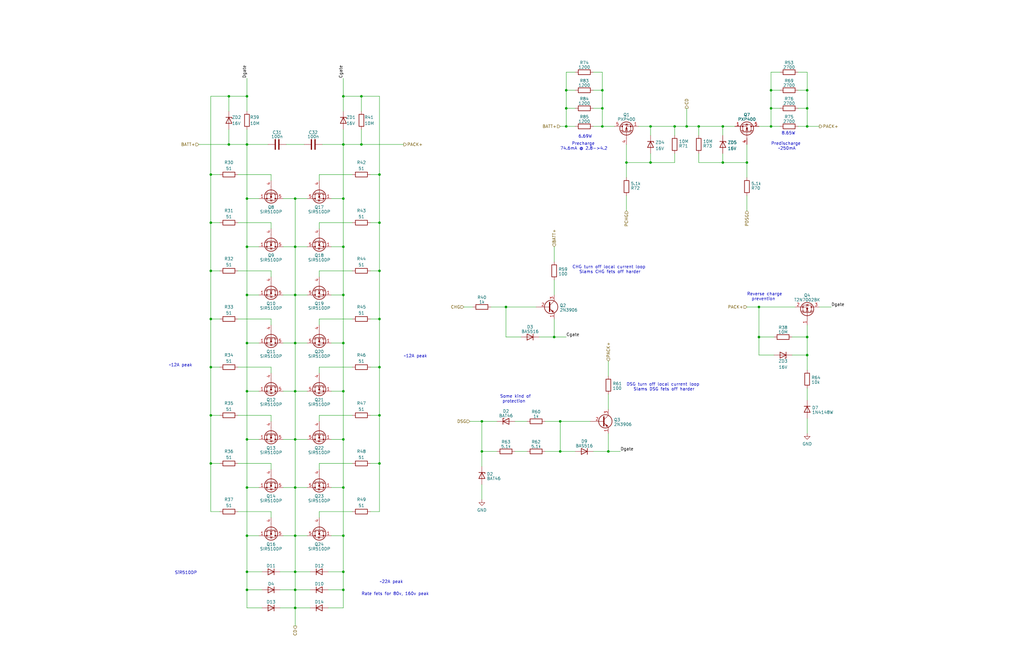
<source format=kicad_sch>
(kicad_sch (version 20230121) (generator eeschema)
  (paper "B")
  (title_block (title "High Side Fets") (date "2022-10-30") (rev "Rev 0") (company "QTech BMS Dept"))
  (junction (at 104.14 248.92))
  (junction (at 213.36 129.54))
  (junction (at 104.14 205.74))
  (junction (at 88.9 93.98))
  (junction (at 104.14 226.06))
  (junction (at 320.04 129.54))
  (junction (at 104.14 241.3))
  (junction (at 104.14 40.64))
  (junction (at 124.46 104.14))
  (junction (at 203.2 190.5))
  (junction (at 152.4 40.64))
  (junction (at 160.02 134.62))
  (junction (at 314.96 68.58))
  (junction (at 88.9 175.26))
  (junction (at 340.36 53.34))
  (junction (at 124.46 205.74))
  (junction (at 340.36 38.1))
  (junction (at 160.02 114.3))
  (junction (at 144.78 241.3))
  (junction (at 160.02 195.58))
  (junction (at 124.46 124.46))
  (junction (at 254 38.1))
  (junction (at 104.14 185.42))
  (junction (at 96.52 60.96))
  (junction (at 160.02 175.26))
  (junction (at 144.78 60.96))
  (junction (at 304.8 68.58))
  (junction (at 104.14 83.82))
  (junction (at 104.14 144.78))
  (junction (at 124.46 256.54))
  (junction (at 254 53.34))
  (junction (at 88.9 73.66))
  (junction (at 289.56 53.34))
  (junction (at 238.76 45.72))
  (junction (at 284.48 53.34))
  (junction (at 152.4 60.96))
  (junction (at 124.46 241.3))
  (junction (at 254 45.72))
  (junction (at 144.78 205.74))
  (junction (at 88.9 195.58))
  (junction (at 88.9 154.94))
  (junction (at 144.78 83.82))
  (junction (at 124.46 144.78))
  (junction (at 320.04 142.24))
  (junction (at 304.8 53.34))
  (junction (at 144.78 124.46))
  (junction (at 144.78 40.64))
  (junction (at 88.9 114.3))
  (junction (at 236.22 177.8))
  (junction (at 104.14 124.46))
  (junction (at 104.14 104.14))
  (junction (at 264.16 68.58))
  (junction (at 96.52 40.64))
  (junction (at 325.12 53.34))
  (junction (at 124.46 165.1))
  (junction (at 160.02 154.94))
  (junction (at 203.2 177.8))
  (junction (at 124.46 83.82))
  (junction (at 144.78 165.1))
  (junction (at 124.46 226.06))
  (junction (at 325.12 38.1))
  (junction (at 274.32 68.58))
  (junction (at 340.36 142.24))
  (junction (at 238.76 53.34))
  (junction (at 104.14 60.96))
  (junction (at 294.64 53.34))
  (junction (at 104.14 165.1))
  (junction (at 144.78 185.42))
  (junction (at 340.36 45.72))
  (junction (at 256.54 190.5))
  (junction (at 236.22 190.5))
  (junction (at 325.12 45.72))
  (junction (at 160.02 93.98))
  (junction (at 88.9 134.62))
  (junction (at 238.76 38.1))
  (junction (at 160.02 73.66))
  (junction (at 274.32 53.34))
  (junction (at 144.78 144.78))
  (junction (at 233.68 142.24))
  (junction (at 144.78 226.06))
  (junction (at 124.46 185.42))
  (junction (at 124.46 248.92))
  (junction (at 144.78 248.92))
  (junction (at 144.78 104.14))
  (junction (at 340.36 149.86))
  (wire (pts (xy 124.46 124.46) (xy 129.54 124.46)))
  (wire (pts (xy 88.9 134.62) (xy 92.71 134.62)))
  (wire (pts (xy 238.76 38.1) (xy 242.57 38.1)))
  (wire (pts (xy 124.46 165.1) (xy 129.54 165.1)))
  (wire (pts (xy 219.71 142.24) (xy 213.36 142.24)))
  (wire (pts (xy 134.62 195.58) (xy 134.62 198.12)))
  (wire (pts (xy 289.56 53.34) (xy 289.56 45.72)))
  (wire (pts (xy 254 53.34) (xy 259.08 53.34)))
  (wire (pts (xy 195.58 129.54) (xy 199.39 129.54)))
  (wire (pts (xy 314.96 88.9) (xy 314.96 82.55)))
  (wire (pts (xy 144.78 124.46) (xy 144.78 144.78)))
  (wire (pts (xy 114.3 134.62) (xy 100.33 134.62)))
  (wire (pts (xy 114.3 195.58) (xy 114.3 198.12)))
  (wire (pts (xy 156.21 195.58) (xy 160.02 195.58)))
  (wire (pts (xy 229.87 177.8) (xy 236.22 177.8)))
  (wire (pts (xy 289.56 53.34) (xy 294.64 53.34)))
  (wire (pts (xy 130.81 256.54) (xy 124.46 256.54)))
  (wire (pts (xy 124.46 241.3) (xy 124.46 248.92)))
  (wire (pts (xy 88.9 114.3) (xy 92.71 114.3)))
  (wire (pts (xy 119.38 226.06) (xy 124.46 226.06)))
  (wire (pts (xy 238.76 38.1) (xy 238.76 30.48)))
  (wire (pts (xy 304.8 64.77) (xy 304.8 68.58)))
  (wire (pts (xy 238.76 30.48) (xy 242.57 30.48)))
  (wire (pts (xy 144.78 248.92) (xy 144.78 256.54)))
  (wire (pts (xy 104.14 248.92) (xy 110.49 248.92)))
  (wire (pts (xy 350.52 129.54) (xy 345.44 129.54)))
  (wire (pts (xy 274.32 68.58) (xy 284.48 68.58)))
  (wire (pts (xy 160.02 93.98) (xy 160.02 114.3)))
  (wire (pts (xy 264.16 88.9) (xy 264.16 82.55)))
  (wire (pts (xy 104.14 241.3) (xy 110.49 241.3)))
  (wire (pts (xy 264.16 74.93) (xy 264.16 68.58)))
  (wire (pts (xy 114.3 154.94) (xy 114.3 157.48)))
  (wire (pts (xy 104.14 124.46) (xy 109.22 124.46)))
  (wire (pts (xy 138.43 241.3) (xy 144.78 241.3)))
  (wire (pts (xy 96.52 40.64) (xy 96.52 46.99)))
  (wire (pts (xy 134.62 215.9) (xy 134.62 218.44)))
  (wire (pts (xy 88.9 195.58) (xy 88.9 215.9)))
  (wire (pts (xy 88.9 215.9) (xy 92.71 215.9)))
  (wire (pts (xy 320.04 53.34) (xy 325.12 53.34)))
  (wire (pts (xy 119.38 83.82) (xy 124.46 83.82)))
  (wire (pts (xy 120.65 60.96) (xy 128.27 60.96)))
  (wire (pts (xy 236.22 190.5) (xy 242.57 190.5)))
  (wire (pts (xy 139.7 226.06) (xy 144.78 226.06)))
  (wire (pts (xy 233.68 134.62) (xy 233.68 142.24)))
  (wire (pts (xy 104.14 205.74) (xy 104.14 226.06)))
  (wire (pts (xy 152.4 54.61) (xy 152.4 60.96)))
  (wire (pts (xy 88.9 73.66) (xy 88.9 93.98)))
  (wire (pts (xy 119.38 124.46) (xy 124.46 124.46)))
  (wire (pts (xy 254 30.48) (xy 254 38.1)))
  (wire (pts (xy 314.96 68.58) (xy 314.96 60.96)))
  (wire (pts (xy 124.46 185.42) (xy 124.46 205.74)))
  (wire (pts (xy 160.02 73.66) (xy 160.02 93.98)))
  (wire (pts (xy 340.36 38.1) (xy 340.36 45.72)))
  (wire (pts (xy 340.36 176.53) (xy 340.36 182.88)))
  (wire (pts (xy 119.38 104.14) (xy 124.46 104.14)))
  (wire (pts (xy 229.87 190.5) (xy 236.22 190.5)))
  (wire (pts (xy 325.12 30.48) (xy 328.93 30.48)))
  (wire (pts (xy 144.78 40.64) (xy 144.78 46.99)))
  (wire (pts (xy 139.7 83.82) (xy 144.78 83.82)))
  (wire (pts (xy 134.62 175.26) (xy 148.59 175.26)))
  (wire (pts (xy 124.46 104.14) (xy 124.46 124.46)))
  (wire (pts (xy 130.81 248.92) (xy 124.46 248.92)))
  (wire (pts (xy 340.36 149.86) (xy 340.36 156.21)))
  (wire (pts (xy 124.46 104.14) (xy 129.54 104.14)))
  (wire (pts (xy 233.68 104.14) (xy 233.68 110.49)))
  (wire (pts (xy 294.64 64.77) (xy 294.64 68.58)))
  (wire (pts (xy 104.14 54.61) (xy 104.14 60.96)))
  (wire (pts (xy 104.14 205.74) (xy 109.22 205.74)))
  (wire (pts (xy 156.21 154.94) (xy 160.02 154.94)))
  (wire (pts (xy 134.62 134.62) (xy 134.62 137.16)))
  (wire (pts (xy 96.52 54.61) (xy 96.52 60.96)))
  (wire (pts (xy 134.62 175.26) (xy 134.62 177.8)))
  (wire (pts (xy 134.62 114.3) (xy 134.62 116.84)))
  (wire (pts (xy 294.64 53.34) (xy 304.8 53.34)))
  (wire (pts (xy 124.46 226.06) (xy 129.54 226.06)))
  (wire (pts (xy 124.46 205.74) (xy 129.54 205.74)))
  (wire (pts (xy 250.19 190.5) (xy 256.54 190.5)))
  (wire (pts (xy 104.14 165.1) (xy 109.22 165.1)))
  (wire (pts (xy 96.52 40.64) (xy 104.14 40.64)))
  (wire (pts (xy 152.4 60.96) (xy 170.18 60.96)))
  (wire (pts (xy 217.17 177.8) (xy 222.25 177.8)))
  (wire (pts (xy 104.14 185.42) (xy 104.14 205.74)))
  (wire (pts (xy 254 38.1) (xy 254 45.72)))
  (wire (pts (xy 119.38 205.74) (xy 124.46 205.74)))
  (wire (pts (xy 104.14 104.14) (xy 109.22 104.14)))
  (wire (pts (xy 144.78 60.96) (xy 152.4 60.96)))
  (wire (pts (xy 152.4 40.64) (xy 152.4 46.99)))
  (wire (pts (xy 284.48 68.58) (xy 284.48 64.77)))
  (wire (pts (xy 124.46 144.78) (xy 124.46 165.1)))
  (wire (pts (xy 217.17 190.5) (xy 222.25 190.5)))
  (wire (pts (xy 88.9 93.98) (xy 92.71 93.98)))
  (wire (pts (xy 104.14 256.54) (xy 110.49 256.54)))
  (wire (pts (xy 156.21 134.62) (xy 160.02 134.62)))
  (wire (pts (xy 144.78 144.78) (xy 144.78 165.1)))
  (wire (pts (xy 314.96 74.93) (xy 314.96 68.58)))
  (wire (pts (xy 213.36 129.54) (xy 226.06 129.54)))
  (wire (pts (xy 207.01 129.54) (xy 213.36 129.54)))
  (wire (pts (xy 88.9 175.26) (xy 88.9 195.58)))
  (wire (pts (xy 203.2 190.5) (xy 203.2 196.85)))
  (wire (pts (xy 250.19 38.1) (xy 254 38.1)))
  (wire (pts (xy 320.04 129.54) (xy 320.04 142.24)))
  (wire (pts (xy 134.62 93.98) (xy 134.62 96.52)))
  (wire (pts (xy 138.43 256.54) (xy 144.78 256.54)))
  (wire (pts (xy 134.62 73.66) (xy 134.62 76.2)))
  (wire (pts (xy 320.04 129.54) (xy 335.28 129.54)))
  (wire (pts (xy 100.33 73.66) (xy 114.3 73.66)))
  (wire (pts (xy 336.55 53.34) (xy 340.36 53.34)))
  (wire (pts (xy 334.01 142.24) (xy 340.36 142.24)))
  (wire (pts (xy 144.78 165.1) (xy 144.78 185.42)))
  (wire (pts (xy 88.9 134.62) (xy 88.9 154.94)))
  (wire (pts (xy 156.21 73.66) (xy 160.02 73.66)))
  (wire (pts (xy 250.19 53.34) (xy 254 53.34)))
  (wire (pts (xy 88.9 154.94) (xy 88.9 175.26)))
  (wire (pts (xy 238.76 142.24) (xy 233.68 142.24)))
  (wire (pts (xy 274.32 64.77) (xy 274.32 68.58)))
  (wire (pts (xy 238.76 53.34) (xy 238.76 45.72)))
  (wire (pts (xy 124.46 256.54) (xy 118.11 256.54)))
  (wire (pts (xy 254 45.72) (xy 254 53.34)))
  (wire (pts (xy 119.38 144.78) (xy 124.46 144.78)))
  (wire (pts (xy 304.8 53.34) (xy 304.8 57.15)))
  (wire (pts (xy 139.7 165.1) (xy 144.78 165.1)))
  (wire (pts (xy 104.14 104.14) (xy 104.14 124.46)))
  (wire (pts (xy 104.14 248.92) (xy 104.14 256.54)))
  (wire (pts (xy 336.55 45.72) (xy 340.36 45.72)))
  (wire (pts (xy 144.78 54.61) (xy 144.78 60.96)))
  (wire (pts (xy 88.9 40.64) (xy 88.9 73.66)))
  (wire (pts (xy 304.8 68.58) (xy 314.96 68.58)))
  (wire (pts (xy 203.2 177.8) (xy 209.55 177.8)))
  (wire (pts (xy 124.46 241.3) (xy 118.11 241.3)))
  (wire (pts (xy 144.78 83.82) (xy 144.78 104.14)))
  (wire (pts (xy 203.2 190.5) (xy 209.55 190.5)))
  (wire (pts (xy 124.46 205.74) (xy 124.46 226.06)))
  (wire (pts (xy 144.78 40.64) (xy 152.4 40.64)))
  (wire (pts (xy 144.78 104.14) (xy 144.78 124.46)))
  (wire (pts (xy 152.4 40.64) (xy 160.02 40.64)))
  (wire (pts (xy 144.78 60.96) (xy 144.78 83.82)))
  (wire (pts (xy 114.3 215.9) (xy 114.3 218.44)))
  (wire (pts (xy 326.39 149.86) (xy 320.04 149.86)))
  (wire (pts (xy 264.16 68.58) (xy 274.32 68.58)))
  (wire (pts (xy 104.14 165.1) (xy 104.14 185.42)))
  (wire (pts (xy 160.02 154.94) (xy 160.02 134.62)))
  (wire (pts (xy 104.14 185.42) (xy 109.22 185.42)))
  (wire (pts (xy 100.33 175.26) (xy 114.3 175.26)))
  (wire (pts (xy 284.48 57.15) (xy 284.48 53.34)))
  (wire (pts (xy 269.24 53.34) (xy 274.32 53.34)))
  (wire (pts (xy 124.46 248.92) (xy 124.46 256.54)))
  (wire (pts (xy 88.9 93.98) (xy 88.9 114.3)))
  (wire (pts (xy 236.22 190.5) (xy 236.22 177.8)))
  (wire (pts (xy 134.62 154.94) (xy 134.62 157.48)))
  (wire (pts (xy 114.3 93.98) (xy 114.3 96.52)))
  (wire (pts (xy 124.46 144.78) (xy 129.54 144.78)))
  (wire (pts (xy 124.46 185.42) (xy 129.54 185.42)))
  (wire (pts (xy 139.7 185.42) (xy 144.78 185.42)))
  (wire (pts (xy 156.21 93.98) (xy 160.02 93.98)))
  (wire (pts (xy 104.14 33.02) (xy 104.14 40.64)))
  (wire (pts (xy 236.22 177.8) (xy 248.92 177.8)))
  (wire (pts (xy 119.38 185.42) (xy 124.46 185.42)))
  (wire (pts (xy 138.43 248.92) (xy 144.78 248.92)))
  (wire (pts (xy 88.9 134.62) (xy 88.9 114.3)))
  (wire (pts (xy 104.14 144.78) (xy 109.22 144.78)))
  (wire (pts (xy 340.36 149.86) (xy 334.01 149.86)))
  (wire (pts (xy 124.46 248.92) (xy 118.11 248.92)))
  (wire (pts (xy 160.02 40.64) (xy 160.02 73.66)))
  (wire (pts (xy 284.48 53.34) (xy 289.56 53.34)))
  (wire (pts (xy 88.9 195.58) (xy 92.71 195.58)))
  (wire (pts (xy 160.02 215.9) (xy 160.02 195.58)))
  (wire (pts (xy 124.46 83.82) (xy 129.54 83.82)))
  (wire (pts (xy 160.02 154.94) (xy 160.02 175.26)))
  (wire (pts (xy 233.68 118.11) (xy 233.68 124.46)))
  (wire (pts (xy 238.76 38.1) (xy 238.76 45.72)))
  (wire (pts (xy 139.7 144.78) (xy 144.78 144.78)))
  (wire (pts (xy 250.19 30.48) (xy 254 30.48)))
  (wire (pts (xy 250.19 45.72) (xy 254 45.72)))
  (wire (pts (xy 340.36 53.34) (xy 345.44 53.34)))
  (wire (pts (xy 114.3 73.66) (xy 114.3 76.2)))
  (wire (pts (xy 325.12 38.1) (xy 325.12 45.72)))
  (wire (pts (xy 264.16 68.58) (xy 264.16 60.96)))
  (wire (pts (xy 114.3 137.16) (xy 114.3 134.62)))
  (wire (pts (xy 336.55 38.1) (xy 340.36 38.1)))
  (wire (pts (xy 320.04 142.24) (xy 320.04 149.86)))
  (wire (pts (xy 203.2 177.8) (xy 203.2 190.5)))
  (wire (pts (xy 134.62 114.3) (xy 148.59 114.3)))
  (wire (pts (xy 325.12 38.1) (xy 328.93 38.1)))
  (wire (pts (xy 144.78 226.06) (xy 144.78 241.3)))
  (wire (pts (xy 88.9 40.64) (xy 96.52 40.64)))
  (wire (pts (xy 160.02 134.62) (xy 160.02 114.3)))
  (wire (pts (xy 134.62 134.62) (xy 148.59 134.62)))
  (wire (pts (xy 135.89 60.96) (xy 144.78 60.96)))
  (wire (pts (xy 104.14 226.06) (xy 104.14 241.3)))
  (wire (pts (xy 100.33 195.58) (xy 114.3 195.58)))
  (wire (pts (xy 160.02 175.26) (xy 156.21 175.26)))
  (wire (pts (xy 320.04 142.24) (xy 326.39 142.24)))
  (wire (pts (xy 233.68 142.24) (xy 227.33 142.24)))
  (wire (pts (xy 238.76 53.34) (xy 242.57 53.34)))
  (wire (pts (xy 124.46 124.46) (xy 124.46 144.78)))
  (wire (pts (xy 134.62 154.94) (xy 148.59 154.94)))
  (wire (pts (xy 336.55 30.48) (xy 340.36 30.48)))
  (wire (pts (xy 213.36 142.24) (xy 213.36 129.54)))
  (wire (pts (xy 156.21 215.9) (xy 160.02 215.9)))
  (wire (pts (xy 96.52 60.96) (xy 104.14 60.96)))
  (wire (pts (xy 124.46 226.06) (xy 124.46 241.3)))
  (wire (pts (xy 114.3 114.3) (xy 114.3 116.84)))
  (wire (pts (xy 274.32 53.34) (xy 274.32 57.15)))
  (wire (pts (xy 340.36 137.16) (xy 340.36 142.24)))
  (wire (pts (xy 124.46 83.82) (xy 124.46 104.14)))
  (wire (pts (xy 325.12 53.34) (xy 328.93 53.34)))
  (wire (pts (xy 104.14 46.99) (xy 104.14 40.64)))
  (wire (pts (xy 139.7 104.14) (xy 144.78 104.14)))
  (wire (pts (xy 325.12 53.34) (xy 325.12 45.72)))
  (wire (pts (xy 256.54 166.37) (xy 256.54 172.72)))
  (wire (pts (xy 304.8 53.34) (xy 309.88 53.34)))
  (wire (pts (xy 261.62 190.5) (xy 256.54 190.5)))
  (wire (pts (xy 83.82 60.96) (xy 96.52 60.96)))
  (wire (pts (xy 88.9 175.26) (xy 92.71 175.26)))
  (wire (pts (xy 104.14 60.96) (xy 113.03 60.96)))
  (wire (pts (xy 104.14 83.82) (xy 104.14 104.14)))
  (wire (pts (xy 340.36 142.24) (xy 340.36 149.86)))
  (wire (pts (xy 104.14 241.3) (xy 104.14 248.92)))
  (wire (pts (xy 274.32 53.34) (xy 284.48 53.34)))
  (wire (pts (xy 340.36 30.48) (xy 340.36 38.1)))
  (wire (pts (xy 144.78 205.74) (xy 144.78 226.06)))
  (wire (pts (xy 156.21 114.3) (xy 160.02 114.3)))
  (wire (pts (xy 134.62 73.66) (xy 148.59 73.66)))
  (wire (pts (xy 104.14 124.46) (xy 104.14 144.78)))
  (wire (pts (xy 134.62 195.58) (xy 148.59 195.58)))
  (wire (pts (xy 88.9 73.66) (xy 92.71 73.66)))
  (wire (pts (xy 104.14 226.06) (xy 109.22 226.06)))
  (wire (pts (xy 325.12 38.1) (xy 325.12 30.48)))
  (wire (pts (xy 119.38 165.1) (xy 124.46 165.1)))
  (wire (pts (xy 130.81 241.3) (xy 124.46 241.3)))
  (wire (pts (xy 134.62 93.98) (xy 148.59 93.98)))
  (wire (pts (xy 124.46 256.54) (xy 124.46 264.16)))
  (wire (pts (xy 100.33 215.9) (xy 114.3 215.9)))
  (wire (pts (xy 256.54 152.4) (xy 256.54 158.75)))
  (wire (pts (xy 104.14 144.78) (xy 104.14 165.1)))
  (wire (pts (xy 340.36 163.83) (xy 340.36 168.91)))
  (wire (pts (xy 104.14 60.96) (xy 104.14 83.82)))
  (wire (pts (xy 88.9 154.94) (xy 92.71 154.94)))
  (wire (pts (xy 236.22 53.34) (xy 238.76 53.34)))
  (wire (pts (xy 104.14 83.82) (xy 109.22 83.82)))
  (wire (pts (xy 294.64 53.34) (xy 294.64 57.15)))
  (wire (pts (xy 314.96 129.54) (xy 320.04 129.54)))
  (wire (pts (xy 100.33 93.98) (xy 114.3 93.98)))
  (wire (pts (xy 124.46 165.1) (xy 124.46 185.42)))
  (wire (pts (xy 144.78 33.02) (xy 144.78 40.64)))
  (wire (pts (xy 256.54 182.88) (xy 256.54 190.5)))
  (wire (pts (xy 114.3 175.26) (xy 114.3 177.8)))
  (wire (pts (xy 114.3 114.3) (xy 100.33 114.3)))
  (wire (pts (xy 340.36 45.72) (xy 340.36 53.34)))
  (wire (pts (xy 325.12 45.72) (xy 328.93 45.72)))
  (wire (pts (xy 139.7 205.74) (xy 144.78 205.74)))
  (wire (pts (xy 144.78 241.3) (xy 144.78 248.92)))
  (wire (pts (xy 139.7 124.46) (xy 144.78 124.46)))
  (wire (pts (xy 198.12 177.8) (xy 203.2 177.8)))
  (wire (pts (xy 203.2 204.47) (xy 203.2 210.82)))
  (wire (pts (xy 238.76 45.72) (xy 242.57 45.72)))
  (wire (pts (xy 100.33 154.94) (xy 114.3 154.94)))
  (wire (pts (xy 144.78 185.42) (xy 144.78 205.74)))
  (wire (pts (xy 160.02 195.58) (xy 160.02 175.26)))
  (wire (pts (xy 134.62 215.9) (xy 148.59 215.9)))
  (wire (pts (xy 294.64 68.58) (xy 304.8 68.58)))
  (text "Rate fets for 80v, 160v peak" (at 152.4 251.46 0) (effects (font (size 1.27 1.27)) (justify left bottom)))
  (text "CHG turn off local current loop\n   Slams CHG fets off harder" (at 241.3 115.57 0) (effects (font (size 1.27 1.27)) (justify left bottom)))
  (text "~22A peak" (at 160.02 246.38 0) (effects (font (size 1.27 1.27)) (justify left bottom)))
  (text "Reverse charge\n  prevention" (at 314.96 127 0) (effects (font (size 1.27 1.27)) (justify left bottom)))
  (text "6.69W" (at 243.84 58.42 0) (effects (font (size 1.27 1.27)) (justify left bottom)))
  (text "Predischarge\n   ~250mA" (at 325.12 63.5 0) (effects (font (size 1.27 1.27)) (justify left bottom)))
  (text "DSG turn off local current loop\n   Slams DSG fets off harder" (at 264.16 165.1 0) (effects (font (size 1.27 1.27)) (justify left bottom)))
  (text "8.65W" (at 329.5406 57.0641 0) (effects (font (size 1.27 1.27)) (justify left bottom)))
  (text "     Precharge\n74.6mA @ 2.8->4.2" (at 236.22 63.5 0) (effects (font (size 1.27 1.27)) (justify left bottom)))
  (text "Some kind of\n protection" (at 210.82 170.18 0) (effects (font (size 1.27 1.27)) (justify left bottom)))
  (text "~12A peak" (at 170.18 151.13 0) (effects (font (size 1.27 1.27)) (justify left bottom)))
  (text "~12A peak" (at 71.12 154.94 0) (effects (font (size 1.27 1.27)) (justify left bottom)))
  (text "SiR510DP" (at 73.66 242.57 0) (effects (font (size 1.27 1.27)) (justify left bottom)))
  (label "Cgate" (at 238.76 142.24 0))
  (label "Dgate" (at 261.62 190.5 0))
  (label "Cgate" (at 144.78 33.02 90))
  (label "Dgate" (at 350.52 129.54 0))
  (label "Dgate" (at 104.14 33.02 90))
  (hierarchical_label "PACK+" (shape output) (at 170.18 60.96 0))
  (hierarchical_label "CD" (shape output) (at 289.56 45.72 90))
  (hierarchical_label "PCHG" (shape input) (at 264.16 88.9 270))
  (hierarchical_label "PACK+" (shape input) (at 256.54 152.4 90))
  (hierarchical_label "BATT+" (shape input) (at 83.82 60.96 180))
  (hierarchical_label "BATT+" (shape input) (at 233.68 104.14 90))
  (hierarchical_label "PACK+" (shape output) (at 345.44 53.34 0))
  (hierarchical_label "CD" (shape output) (at 124.46 264.16 270))
  (hierarchical_label "CHG" (shape input) (at 195.58 129.54 180))
  (hierarchical_label "PDSG" (shape input) (at 314.96 88.9 270))
  (hierarchical_label "DSG" (shape input) (at 198.12 177.8 180))
  (hierarchical_label "BATT+" (shape input) (at 236.22 53.34 180))
  (hierarchical_label "PACK+" (shape input) (at 314.96 129.54 180))
  (symbol (lib_id "Transistor_FET:Si7336ADP") (at 134.62 182.88 90) (mirror x) (unit 1)
    (property "Reference" "Q22" (at 134.62 189.0475 90))
    (property "Value" "SIR510DP" (at 134.62 190.9685 90))
    (property "Footprint" "qtech:PowerPAK_SO-8_Single" (effects hide))
    (property "Datasheet" "https://www.vishay.com/doc?78251" (effects hide))
    (property "Mouser" "https://www.mouser.com/ProductDetail/Vishay-Siliconix/SIR510DP-T1-RE3?qs=DRkmTr78QAQgLs6ynidLQA%3D%3D" (effects hide))
    (property "Part Number" "SIR510DP-T1-RE3" (effects hide))
    (property "Rating" "100V 126A" (effects hide))
  )
  (symbol (lib_id "Device:R") (at 256.54 162.56 180) (unit 1)
    (property "Reference" "R61" (at 258.318 161.9163 0) (effects (justify right)))
    (property "Value" "100" (at 258.318 163.8373 0) (effects (justify right)))
    (property "Footprint" "Resistor_SMD:R_0603_1608Metric" (effects hide))
    (property "Datasheet" "https://www.mouser.com/datasheet/2/54/cr-1858361.pdf" (effects hide))
    (property "Mouser" "https://www.mouser.com/ProductDetail/Bourns/CR0603-FX-1000ELF?qs=sGAEpiMZZMtlubZbdhIBIB2E0CzLGwMIzMOnVrznuHg%3D" (effects hide))
    (property "Part Number" "CR0603-FX-1000ELF" (effects hide))
    (property "Rating" "100mW" (effects hide))
  )
  (symbol (lib_id "Transistor_FET:Si7336ADP") (at 114.3 203.2 270) (unit 1)
    (property "Reference" "Q14" (at 114.3 209.3675 90))
    (property "Value" "SIR510DP" (at 114.3 211.2885 90))
    (property "Footprint" "qtech:PowerPAK_SO-8_Single" (effects hide))
    (property "Datasheet" "https://www.vishay.com/doc?78251" (effects hide))
    (property "Mouser" "https://www.mouser.com/ProductDetail/Vishay-Siliconix/SIR510DP-T1-RE3?qs=DRkmTr78QAQgLs6ynidLQA%3D%3D" (effects hide))
    (property "Part Number" "SIR510DP-T1-RE3" (effects hide))
    (property "Rating" "100V 126A" (effects hide))
  )
  (symbol (lib_id "Transistor_FET:Si7336ADP") (at 134.62 203.2 90) (mirror x) (unit 1)
    (property "Reference" "Q23" (at 134.62 209.3675 90))
    (property "Value" "SIR510DP" (at 134.62 211.2885 90))
    (property "Footprint" "qtech:PowerPAK_SO-8_Single" (effects hide))
    (property "Datasheet" "https://www.vishay.com/doc?78251" (effects hide))
    (property "Mouser" "https://www.mouser.com/ProductDetail/Vishay-Siliconix/SIR510DP-T1-RE3?qs=DRkmTr78QAQgLs6ynidLQA%3D%3D" (effects hide))
    (property "Part Number" "SIR510DP-T1-RE3" (effects hide))
    (property "Rating" "100V 126A" (effects hide))
  )
  (symbol (lib_id "Device:D_Zener") (at 144.78 50.8 270) (unit 1)
    (property "Reference" "ZD1" (at 146.05 49.5331 90) (effects (justify left)))
    (property "Value" "16V" (at 146.05 52.07 90) (effects (justify left)))
    (property "Footprint" "Diode_SMD:D_SOD-323F" (effects hide))
    (property "Datasheet" "https://www.diodes.com/assets/Datasheets/ds31987.pdf" (effects hide))
    (property "Mouser" "https://www.mouser.com/ProductDetail/Diodes-Incorporated/DDZ16CSF-7?qs=gfe7vQ8txpU%2Fw9f0N8ItgQ%3D%3D" (effects hide))
    (property "Part Number" "DDZ16CSF-7" (effects hide))
    (property "Rating" "16V 500mW" (effects hide))
  )
  (symbol (lib_id "Device:D_Zener") (at 330.2 149.86 180) (unit 1)
    (property "Reference" "ZD3" (at 330.2 152.4031 0))
    (property "Value" "16V" (at 330.2 154.94 0))
    (property "Footprint" "Diode_SMD:D_SOD-323F" (effects hide))
    (property "Datasheet" "https://www.diodes.com/assets/Datasheets/ds31987.pdf" (effects hide))
    (property "Mouser" "https://www.mouser.com/ProductDetail/Diodes-Incorporated/DDZ16CSF-7?qs=gfe7vQ8txpU%2Fw9f0N8ItgQ%3D%3D" (effects hide))
    (property "Part Number" "DDZ16CSF-7" (effects hide))
    (property "Rating" "16V 500mW" (effects hide))
  )
  (symbol (lib_id "Transistor_FET:Si7336ADP") (at 114.3 162.56 270) (unit 1)
    (property "Reference" "Q12" (at 114.3 168.7275 90))
    (property "Value" "SIR510DP" (at 114.3 170.6485 90))
    (property "Footprint" "qtech:PowerPAK_SO-8_Single" (effects hide))
    (property "Datasheet" "https://www.vishay.com/doc?78251" (effects hide))
    (property "Mouser" "https://www.mouser.com/ProductDetail/Vishay-Siliconix/SIR510DP-T1-RE3?qs=DRkmTr78QAQgLs6ynidLQA%3D%3D" (effects hide))
    (property "Part Number" "SIR510DP-T1-RE3" (effects hide))
    (property "Rating" "100V 126A" (effects hide))
  )
  (symbol (lib_id "Transistor_FET:Si7336ADP") (at 114.3 81.28 270) (unit 1)
    (property "Reference" "Q8" (at 114.3 87.4475 90))
    (property "Value" "SIR510DP" (at 114.3 89.3685 90))
    (property "Footprint" "qtech:PowerPAK_SO-8_Single" (effects hide))
    (property "Datasheet" "https://www.vishay.com/doc?78251" (effects hide))
    (property "Mouser" "https://www.mouser.com/ProductDetail/Vishay-Siliconix/SIR510DP-T1-RE3?qs=DRkmTr78QAQgLs6ynidLQA%3D%3D" (effects hide))
    (property "Part Number" "SIR510DP-T1-RE3" (effects hide))
    (property "Rating" "100V 126A" (effects hide))
  )
  (symbol (lib_id "Device:R") (at 294.64 60.96 0) (mirror y) (unit 1)
    (property "Reference" "R73" (at 296.418 61.6037 0) (effects (justify right)))
    (property "Value" "10M" (at 296.418 59.6827 0) (effects (justify right)))
    (property "Footprint" "Resistor_SMD:R_0603_1608Metric" (effects hide))
    (property "Datasheet" "https://www.mouser.com/datasheet/2/447/PYu_AC_51_RoHS_L_9-3005297.pdf" (effects hide))
    (property "Mouser" "https://www.mouser.com/ProductDetail/YAGEO/AC0603FR-0710ML?qs=sGAEpiMZZMtlubZbdhIBIG07xJe44c5AN0zPtTTP5TI%3D" (effects hide))
    (property "Part Number" "AC0603FR-0710ML" (effects hide))
    (property "Rating" "100mW" (effects hide))
  )
  (symbol (lib_id "Transistor_FET:Si7141DP") (at 264.16 55.88 90) (unit 1)
    (property "Reference" "Q1" (at 264.16 48.4251 90))
    (property "Value" "PXP400" (at 264.16 50.3461 90))
    (property "Footprint" "qtech:MLPAK33" (effects hide))
    (property "Datasheet" "https://www.mouser.com/datasheet/2/916/PXP400-100QS-1853422.pdf" (effects hide))
    (property "Mouser" "https://www.mouser.com/ProductDetail/771-PXP400-100QSJ" (effects hide))
    (property "Part Number" "PXP400-100QSJ" (effects hide))
    (property "Rating" "100V 1.4A" (effects hide))
  )
  (symbol (lib_id "Device:R") (at 96.52 93.98 90) (unit 1)
    (property "Reference" "R31" (at 96.52 88.9 90))
    (property "Value" "51" (at 96.52 91.44 90))
    (property "Footprint" "Resistor_SMD:R_0603_1608Metric" (effects hide))
    (property "Datasheet" "https://www.vishay.com/doc?20035" (effects hide))
    (property "Mouser" "https://www.mouser.com/ProductDetail/Vishay-Dale/CRCW060351R0FKEB?qs=sGAEpiMZZMtlubZbdhIBIDtQ47NphPmFggvnoEz9pAA%3D" (effects hide))
    (property "Part Number" "CRCW060351R0FKEB" (effects hide))
    (property "Rating" "100mW" (effects hide))
  )
  (symbol (lib_id "Device:R") (at 152.4 175.26 90) (unit 1)
    (property "Reference" "R47" (at 152.4 170.18 90))
    (property "Value" "51" (at 152.4 172.72 90))
    (property "Footprint" "Resistor_SMD:R_0603_1608Metric" (effects hide))
    (property "Datasheet" "https://www.vishay.com/doc?20035" (effects hide))
    (property "Mouser" "https://www.mouser.com/ProductDetail/Vishay-Dale/CRCW060351R0FKEB?qs=sGAEpiMZZMtlubZbdhIBIDtQ47NphPmFggvnoEz9pAA%3D" (effects hide))
    (property "Part Number" "CRCW060351R0FKEB" (effects hide))
    (property "Rating" "100mW" (effects hide))
  )
  (symbol (lib_id "Device:R") (at 152.4 73.66 90) (unit 1)
    (property "Reference" "R42" (at 152.4 68.58 90))
    (property "Value" "51" (at 152.4 71.12 90))
    (property "Footprint" "Resistor_SMD:R_0603_1608Metric" (effects hide))
    (property "Datasheet" "https://www.vishay.com/doc?20035" (effects hide))
    (property "Mouser" "https://www.mouser.com/ProductDetail/Vishay-Dale/CRCW060351R0FKEB?qs=sGAEpiMZZMtlubZbdhIBIDtQ47NphPmFggvnoEz9pAA%3D" (effects hide))
    (property "Part Number" "CRCW060351R0FKEB" (effects hide))
    (property "Rating" "100mW" (effects hide))
  )
  (symbol (lib_id "Device:D_Zener") (at 304.8 60.96 270) (unit 1)
    (property "Reference" "ZD5" (at 306.832 60.1253 90) (effects (justify left)))
    (property "Value" "16V" (at 306.832 62.6622 90) (effects (justify left)))
    (property "Footprint" "Diode_SMD:D_SOD-323F" (effects hide))
    (property "Datasheet" "https://www.diodes.com/assets/Datasheets/ds31987.pdf" (effects hide))
    (property "Mouser" "https://www.mouser.com/ProductDetail/Diodes-Incorporated/DDZ16CSF-7?qs=gfe7vQ8txpU%2Fw9f0N8ItgQ%3D%3D" (effects hide))
    (property "Part Number" "DDZ16CSF-7" (effects hide))
    (property "Rating" "16V 500mW" (effects hide))
  )
  (symbol (lib_id "Diode:BAS516") (at 223.52 142.24 180) (unit 1)
    (property "Reference" "D3" (at 223.52 137.9601 0))
    (property "Value" "BAS516" (at 223.52 139.8811 0))
    (property "Footprint" "Diode_SMD:D_SOD-523" (effects hide))
    (property "Datasheet" "https://www.mouser.com/datasheet/2/916/BAS516-3081349.pdf" (effects hide))
    (property "Mouser" "https://www.mouser.com/ProductDetail/Nexperia/BAS516115?qs=me8TqzrmIYVSb%2FgWSGcf7w%3D%3D" (effects hide))
    (property "Part Number" "BAS516,115" (effects hide))
    (property "Rating" "85V 250mA" (effects hide))
  )
  (symbol (lib_id "Device:R") (at 332.74 38.1 270) (mirror x) (unit 1)
    (property "Reference" "R69" (at 332.74 34.0741 90))
    (property "Value" "2700" (at 332.74 35.9951 90))
    (property "Footprint" "Resistor_SMD:R_2512_6332Metric" (effects hide))
    (property "Datasheet" "https://www.mouser.com/datasheet/2/418/6/ENG_DS_9_1773463_5_G-1263719.pdf" (effects hide))
    (property "Mouser" "https://www.mouser.com/ProductDetail/TE-Connectivity-Holsworthy/35212K7FT?qs=sGAEpiMZZMtlubZbdhIBILShZ4hQ8krEeZXVszbKSAs%3D" (effects hide))
    (property "Part Number" "35212K7FT" (effects hide))
    (property "Rating" "2W" (effects hide))
  )
  (symbol (lib_id "Device:C") (at 116.84 60.96 90) (unit 1)
    (property "Reference" "C31" (at 116.84 55.88 90))
    (property "Value" "100n" (at 116.84 57.6381 90))
    (property "Footprint" "Capacitor_SMD:C_0603_1608Metric" (effects hide))
    (property "Datasheet" "https://www.mouser.com/datasheet/2/585/MLCC-1837944.pdf" (effects hide))
    (property "Mouser" "https://www.mouser.com/ProductDetail/Samsung-Electro-Mechanics/CL10B104KC8NNNC?qs=sGAEpiMZZMs7ZEmUmaUL04Db8I7WfOR7JJmoHv2C8bjtz8qZ9HJqbw%3D%3D" (effects hide))
    (property "Part Number" "CL10B104KC8NNNC" (effects hide))
    (property "Rating" "100V" (effects hide))
  )
  (symbol (lib_id "power:GND") (at 203.2 210.82 0) (unit 1)
    (property "Reference" "#PWR02" (effects hide))
    (property "Value" "GND" (at 203.2 215.2634 0))
    (instances (project "bms" (path "" (reference "#PWR02") (unit 1)) (path "" (reference "#PWR028") (unit 1))))
  )
  (symbol (lib_id "Device:C") (at 132.08 60.96 90) (unit 1)
    (property "Reference" "C32" (at 132.08 55.88 90))
    (property "Value" "100n" (at 132.08 57.6381 90))
    (property "Footprint" "Capacitor_SMD:C_0603_1608Metric" (effects hide))
    (property "Datasheet" "https://www.mouser.com/datasheet/2/585/MLCC-1837944.pdf" (effects hide))
    (property "Mouser" "https://www.mouser.com/ProductDetail/Samsung-Electro-Mechanics/CL10B104KC8NNNC?qs=sGAEpiMZZMs7ZEmUmaUL04Db8I7WfOR7JJmoHv2C8bjtz8qZ9HJqbw%3D%3D" (effects hide))
    (property "Part Number" "CL10B104KC8NNNC" (effects hide))
    (property "Rating" "100V" (effects hide))
  )
  (symbol (lib_id "Device:R") (at 246.38 45.72 270) (mirror x) (unit 1)
    (property "Reference" "R84" (at 246.38 41.6941 90))
    (property "Value" "1200" (at 246.38 43.6151 90))
    (property "Footprint" "Resistor_SMD:R_2512_6332Metric" (effects hide))
    (property "Datasheet" "https://www.mouser.com/datasheet/2/418/1/NG_CD_2176070_BC-680252.pdf" (effects hide))
    (property "Mouser" "https://www.mouser.com/ProductDetail/TE-Connectivity-Holsworthy/35211K2FT?qs=sGAEpiMZZMtlubZbdhIBIAFCwE%252Ba6FqlfEDQUJO7BPk%3D" (effects hide))
    (property "Part Number" "35211K2FT" (effects hide))
    (property "Rating" "2W" (effects hide))
  )
  (symbol (lib_id "Device:D") (at 114.3 256.54 180) (unit 1)
    (property "Reference" "D13" (at 114.3 254 0))
    (property "Value" "D" (effects hide))
    (property "Footprint" "Diode_SMD:D_SOD-123F" (effects hide))
    (property "Datasheet" "https://www.mouser.com/datasheet/2/258/SMD2150PL_SMD220PL_SOD_123FL_-2510820.pdf" (effects hide))
    (property "Mouser" "https://www.mouser.com/ProductDetail/Micro-Commercial-Components-MCC/SMD220PL-TP?qs=cLwp4wpikzCDQSrzPAGpXQ%3D%3D" (effects hide))
    (property "Part Number" "SMD220PL-TP" (effects hide))
    (property "Rating" "200V 2A 50Apeak" (effects hide))
  )
  (symbol (lib_id "Device:Q_NMOS_GSD") (at 340.36 132.08 270) (mirror x) (unit 1)
    (property "Reference" "Q4" (at 340.36 124.6251 90))
    (property "Value" "T2N7002BK" (at 340.36 126.5461 90))
    (property "Footprint" "Package_TO_SOT_SMD:SOT-23" (effects hide))
    (property "Datasheet" "https://www.mouser.com/datasheet/2/408/T2N7002BK_datasheet_en_20191025-1916498.pdf" (effects hide))
    (property "Mouser" "https://www.mouser.com/ProductDetail/Toshiba/T2N7002BKLM?qs=lX6dEUlT%252BgfTnU11z%2FTylg%3D%3D" (effects hide))
    (property "Part Number" "T2N7002BK,LM" (effects hide))
    (property "Rating" "60V 400mA" (effects hide))
  )
  (symbol (lib_id "Device:R") (at 152.4 114.3 90) (unit 1)
    (property "Reference" "R44" (at 152.4 109.22 90))
    (property "Value" "51" (at 152.4 111.76 90))
    (property "Footprint" "Resistor_SMD:R_0603_1608Metric" (effects hide))
    (property "Datasheet" "https://www.vishay.com/doc?20035" (effects hide))
    (property "Mouser" "https://www.mouser.com/ProductDetail/Vishay-Dale/CRCW060351R0FKEB?qs=sGAEpiMZZMtlubZbdhIBIDtQ47NphPmFggvnoEz9pAA%3D" (effects hide))
    (property "Part Number" "CRCW060351R0FKEB" (effects hide))
    (property "Rating" "100mW" (effects hide))
  )
  (symbol (lib_id "Device:R") (at 152.4 93.98 90) (unit 1)
    (property "Reference" "R43" (at 152.4 88.9 90))
    (property "Value" "51" (at 152.4 91.44 90))
    (property "Footprint" "Resistor_SMD:R_0603_1608Metric" (effects hide))
    (property "Datasheet" "https://www.vishay.com/doc?20035" (effects hide))
    (property "Mouser" "https://www.mouser.com/ProductDetail/Vishay-Dale/CRCW060351R0FKEB?qs=sGAEpiMZZMtlubZbdhIBIDtQ47NphPmFggvnoEz9pAA%3D" (effects hide))
    (property "Part Number" "CRCW060351R0FKEB" (effects hide))
    (property "Rating" "100mW" (effects hide))
  )
  (symbol (lib_id "Device:R") (at 96.52 73.66 90) (unit 1)
    (property "Reference" "R30" (at 96.52 68.58 90))
    (property "Value" "51" (at 96.52 71.1169 90))
    (property "Footprint" "Resistor_SMD:R_0603_1608Metric" (effects hide))
    (property "Datasheet" "https://www.vishay.com/doc?20035" (effects hide))
    (property "Mouser" "https://www.mouser.com/ProductDetail/Vishay-Dale/CRCW060351R0FKEB?qs=sGAEpiMZZMtlubZbdhIBIDtQ47NphPmFggvnoEz9pAA%3D" (effects hide))
    (property "Part Number" "CRCW060351R0FKEB" (effects hide))
    (property "Rating" "100mW" (effects hide))
  )
  (symbol (lib_id "Transistor_BJT:2N3906") (at 231.14 129.54 0) (unit 1)
    (property "Reference" "Q2" (at 235.9914 128.8963 0) (effects (justify left)))
    (property "Value" "2N3906" (at 235.9914 130.8173 0) (effects (justify left)))
    (property "Footprint" "Package_TO_SOT_SMD:SOT-23-3" (effects hide))
    (property "Datasheet" "https://www.mouser.com/datasheet/2/115/DIOD_S_A0012992517_1-2513078.pdf" (effects hide))
    (property "Mouser" "https://www.mouser.com/ProductDetail/Diodes-Incorporated/MMBT3906-7-F?qs=wWyd8J8HCZnomk3dzpYZYw%3D%3D" (effects hide))
    (property "Part Number" "MMBT3906-7-F" (effects hide))
    (property "Rating" "40V 200mA" (effects hide))
  )
  (symbol (lib_id "Device:D_Zener") (at 274.32 60.96 270) (unit 1)
    (property "Reference" "ZD4" (at 276.352 60.1253 90) (effects (justify left)))
    (property "Value" "16V" (at 276.352 62.6622 90) (effects (justify left)))
    (property "Footprint" "Diode_SMD:D_SOD-323F" (effects hide))
    (property "Datasheet" "https://www.diodes.com/assets/Datasheets/ds31987.pdf" (effects hide))
    (property "Mouser" "https://www.mouser.com/ProductDetail/Diodes-Incorporated/DDZ16CSF-7?qs=gfe7vQ8txpU%2Fw9f0N8ItgQ%3D%3D" (effects hide))
    (property "Part Number" "DDZ16CSF-7" (effects hide))
    (property "Rating" "16V 500mW" (effects hide))
  )
  (symbol (lib_id "Device:D") (at 134.62 241.3 0) (unit 1)
    (property "Reference" "D12" (at 134.62 238.76 0))
    (property "Value" "D" (effects hide))
    (property "Footprint" "Diode_SMD:D_SOD-123F" (effects hide))
    (property "Datasheet" "https://www.mouser.com/datasheet/2/258/SMD2150PL_SMD220PL_SOD_123FL_-2510820.pdf" (effects hide))
    (property "Mouser" "https://www.mouser.com/ProductDetail/Micro-Commercial-Components-MCC/SMD220PL-TP?qs=cLwp4wpikzCDQSrzPAGpXQ%3D%3D" (effects hide))
    (property "Part Number" "SMD220PL-TP" (effects hide))
    (property "Rating" "200V 2A 50Apeak" (effects hide))
  )
  (symbol (lib_id "Transistor_FET:Si7336ADP") (at 134.62 101.6 90) (mirror x) (unit 1)
    (property "Reference" "Q18" (at 134.62 107.7675 90))
    (property "Value" "SIR510DP" (at 134.62 109.6885 90))
    (property "Footprint" "qtech:PowerPAK_SO-8_Single" (effects hide))
    (property "Datasheet" "https://www.vishay.com/doc?78251" (effects hide))
    (property "Mouser" "https://www.mouser.com/ProductDetail/Vishay-Siliconix/SIR510DP-T1-RE3?qs=DRkmTr78QAQgLs6ynidLQA%3D%3D" (effects hide))
    (property "Part Number" "SIR510DP-T1-RE3" (effects hide))
    (property "Rating" "100V 126A" (effects hide))
  )
  (symbol (lib_id "Device:R") (at 314.96 78.74 0) (mirror y) (unit 1)
    (property "Reference" "R70" (at 316.738 79.3837 0) (effects (justify right)))
    (property "Value" "5.1k" (at 316.738 77.4627 0) (effects (justify right)))
    (property "Footprint" "Resistor_SMD:R_0603_1608Metric" (effects hide))
    (property "Datasheet" "https://www.mouser.com/datasheet/2/315/AOA0000C304-1149620.pdf" (effects hide))
    (property "Mouser" "https://www.mouser.com/ProductDetail/Panasonic/ERJ-3EKF5101V?qs=sGAEpiMZZMtlubZbdhIBILWcrV%252BWBYJCmWDmg%252B%252BOeB4%3D" (effects hide))
    (property "Part Number" "ERJ-3EKF5101V" (effects hide))
    (property "Rating" "100mW" (effects hide))
  )
  (symbol (lib_id "Device:R") (at 213.36 190.5 90) (unit 1)
    (property "Reference" "R63" (at 213.36 186.4741 90))
    (property "Value" "5.1k" (at 213.36 188.3951 90))
    (property "Footprint" "Resistor_SMD:R_0603_1608Metric" (effects hide))
    (property "Datasheet" "https://www.mouser.com/datasheet/2/447/PYu_RC_Group_51_RoHS_L_11-1984063.pdf" (effects hide))
    (property "Mouser" "https://www.mouser.com/ProductDetail/YAGEO/RC1206JR-075K1L?qs=sGAEpiMZZMtlubZbdhIBIBvSqRm9%252BnwjpZFs1r6dFlc%3D" (effects hide))
    (property "Part Number" "RC1206JR-075K1L" (effects hide))
    (property "Rating" "250mW" (effects hide))
  )
  (symbol (lib_id "Transistor_FET:Si7336ADP") (at 134.62 81.28 90) (mirror x) (unit 1)
    (property "Reference" "Q17" (at 134.62 87.4475 90))
    (property "Value" "SIR510DP" (at 134.62 89.3685 90))
    (property "Footprint" "qtech:PowerPAK_SO-8_Single" (effects hide))
    (property "Datasheet" "https://www.vishay.com/doc?78251" (effects hide))
    (property "Mouser" "https://www.mouser.com/ProductDetail/Vishay-Siliconix/SIR510DP-T1-RE3?qs=DRkmTr78QAQgLs6ynidLQA%3D%3D" (effects hide))
    (property "Part Number" "SIR510DP-T1-RE3" (effects hide))
    (property "Rating" "100V 126A" (effects hide))
  )
  (symbol (lib_id "Device:R") (at 96.52 134.62 90) (unit 1)
    (property "Reference" "R33" (at 96.52 129.54 90))
    (property "Value" "51" (at 96.52 132.0769 90))
    (property "Footprint" "Resistor_SMD:R_0603_1608Metric" (effects hide))
    (property "Datasheet" "https://www.vishay.com/doc?20035" (effects hide))
    (property "Mouser" "https://www.mouser.com/ProductDetail/Vishay-Dale/CRCW060351R0FKEB?qs=sGAEpiMZZMtlubZbdhIBIDtQ47NphPmFggvnoEz9pAA%3D" (effects hide))
    (property "Part Number" "CRCW060351R0FKEB" (effects hide))
    (property "Rating" "100mW" (effects hide))
  )
  (symbol (lib_id "Device:D_Zener") (at 213.36 177.8 0) (unit 1)
    (property "Reference" "D2" (at 213.36 173.5201 0))
    (property "Value" "BAT46" (at 213.36 175.4411 0))
    (property "Footprint" "Diode_SMD:D_SOD-123" (effects hide))
    (property "Datasheet" "https://www.mouser.com/datasheet/2/258/BAT46WHE3_SOD_123_-1957551.pdf" (effects hide))
    (property "Mouser" "https://www.mouser.com/ProductDetail/Micro-Commercial-Components-MCC/BAT46WHE3-TP?qs=HBWAp0VN4RhwZZGh4BO67Q%3D%3D" (effects hide))
    (property "Part Number" "BAT46WHE3-TP" (effects hide))
    (property "Rating" "100V 150mA" (effects hide))
    (instances (project "bms" (path "" (reference "D2") (unit 1)) (path "" (reference "D5") (unit 1))))
  )
  (symbol (lib_id "Transistor_FET:Si7336ADP") (at 134.62 223.52 90) (mirror x) (unit 1)
    (property "Reference" "Q24" (at 134.62 229.6875 90))
    (property "Value" "SIR510DP" (at 134.62 231.6085 90))
    (property "Footprint" "qtech:PowerPAK_SO-8_Single" (effects hide))
    (property "Datasheet" "https://www.vishay.com/doc?78251" (effects hide))
    (property "Mouser" "https://www.mouser.com/ProductDetail/Vishay-Siliconix/SIR510DP-T1-RE3?qs=DRkmTr78QAQgLs6ynidLQA%3D%3D" (effects hide))
    (property "Part Number" "SIR510DP-T1-RE3" (effects hide))
    (property "Rating" "100V 126A" (effects hide))
  )
  (symbol (lib_id "Device:R") (at 96.52 195.58 90) (unit 1)
    (property "Reference" "R36" (at 96.52 190.5 90))
    (property "Value" "51" (at 96.52 193.0369 90))
    (property "Footprint" "Resistor_SMD:R_0603_1608Metric" (effects hide))
    (property "Datasheet" "https://www.vishay.com/doc?20035" (effects hide))
    (property "Mouser" "https://www.mouser.com/ProductDetail/Vishay-Dale/CRCW060351R0FKEB?qs=sGAEpiMZZMtlubZbdhIBIDtQ47NphPmFggvnoEz9pAA%3D" (effects hide))
    (property "Part Number" "CRCW060351R0FKEB" (effects hide))
    (property "Rating" "100mW" (effects hide))
  )
  (symbol (lib_id "Transistor_FET:Si7336ADP") (at 134.62 162.56 90) (mirror x) (unit 1)
    (property "Reference" "Q21" (at 134.62 168.7275 90))
    (property "Value" "SIR510DP" (at 134.62 170.6485 90))
    (property "Footprint" "qtech:PowerPAK_SO-8_Single" (effects hide))
    (property "Datasheet" "https://www.vishay.com/doc?78251" (effects hide))
    (property "Mouser" "https://www.mouser.com/ProductDetail/Vishay-Siliconix/SIR510DP-T1-RE3?qs=DRkmTr78QAQgLs6ynidLQA%3D%3D" (effects hide))
    (property "Part Number" "SIR510DP-T1-RE3" (effects hide))
    (property "Rating" "100V 126A" (effects hide))
  )
  (symbol (lib_id "Transistor_BJT:2N3906") (at 254 177.8 0) (unit 1)
    (property "Reference" "Q3" (at 258.8514 177.1563 0) (effects (justify left)))
    (property "Value" "2N3906" (at 258.8514 179.0773 0) (effects (justify left)))
    (property "Footprint" "Package_TO_SOT_SMD:SOT-23-3" (effects hide))
    (property "Datasheet" "https://www.mouser.com/datasheet/2/115/DIOD_S_A0012992517_1-2513078.pdf" (effects hide))
    (property "Mouser" "https://www.mouser.com/ProductDetail/Diodes-Incorporated/MMBT3906-7-F?qs=wWyd8J8HCZnomk3dzpYZYw%3D%3D" (effects hide))
    (property "Part Number" "MMBT3906-7-F" (effects hide))
    (property "Rating" "40V 200mA" (effects hide))
  )
  (symbol (lib_id "Transistor_FET:Si7336ADP") (at 134.62 142.24 90) (mirror x) (unit 1)
    (property "Reference" "Q20" (at 134.62 148.4075 90))
    (property "Value" "SIR510DP" (at 134.62 150.3285 90))
    (property "Footprint" "qtech:PowerPAK_SO-8_Single" (effects hide))
    (property "Datasheet" "https://www.vishay.com/doc?78251" (effects hide))
    (property "Mouser" "https://www.mouser.com/ProductDetail/Vishay-Siliconix/SIR510DP-T1-RE3?qs=DRkmTr78QAQgLs6ynidLQA%3D%3D" (effects hide))
    (property "Part Number" "SIR510DP-T1-RE3" (effects hide))
    (property "Rating" "100V 126A" (effects hide))
  )
  (symbol (lib_id "Device:D") (at 134.62 256.54 0) (unit 1)
    (property "Reference" "D14" (at 134.62 254 0))
    (property "Value" "D" (effects hide))
    (property "Footprint" "Diode_SMD:D_SOD-123F" (effects hide))
    (property "Datasheet" "https://www.mouser.com/datasheet/2/258/SMD2150PL_SMD220PL_SOD_123FL_-2510820.pdf" (effects hide))
    (property "Mouser" "https://www.mouser.com/ProductDetail/Micro-Commercial-Components-MCC/SMD220PL-TP?qs=cLwp4wpikzCDQSrzPAGpXQ%3D%3D" (effects hide))
    (property "Part Number" "SMD220PL-TP" (effects hide))
    (property "Rating" "200V 2A 50Apeak" (effects hide))
  )
  (symbol (lib_id "Device:R") (at 264.16 78.74 0) (mirror y) (unit 1)
    (property "Reference" "R72" (at 265.938 79.3837 0) (effects (justify right)))
    (property "Value" "5.1k" (at 265.938 77.4627 0) (effects (justify right)))
    (property "Footprint" "Resistor_SMD:R_0603_1608Metric" (effects hide))
    (property "Datasheet" "https://www.mouser.com/datasheet/2/315/AOA0000C304-1149620.pdf" (effects hide))
    (property "Mouser" "https://www.mouser.com/ProductDetail/Panasonic/ERJ-3EKF5101V?qs=sGAEpiMZZMtlubZbdhIBILWcrV%252BWBYJCmWDmg%252B%252BOeB4%3D" (effects hide))
    (property "Part Number" "ERJ-3EKF5101V" (effects hide))
    (property "Rating" "100mW" (effects hide))
  )
  (symbol (lib_id "Device:R") (at 246.38 30.48 270) (mirror x) (unit 1)
    (property "Reference" "R74" (at 246.38 26.4541 90))
    (property "Value" "1200" (at 246.38 28.3751 90))
    (property "Footprint" "Resistor_SMD:R_2512_6332Metric" (effects hide))
    (property "Datasheet" "https://www.mouser.com/datasheet/2/418/1/NG_CD_2176070_BC-680252.pdf" (effects hide))
    (property "Mouser" "https://www.mouser.com/ProductDetail/TE-Connectivity-Holsworthy/35211K2FT?qs=sGAEpiMZZMtlubZbdhIBIAFCwE%252Ba6FqlfEDQUJO7BPk%3D" (effects hide))
    (property "Part Number" "35211K2FT" (effects hide))
    (property "Rating" "2W" (effects hide))
  )
  (symbol (lib_id "Device:R") (at 233.68 114.3 180) (unit 1)
    (property "Reference" "R59" (at 235.458 113.6563 0) (effects (justify right)))
    (property "Value" "100" (at 235.458 115.5773 0) (effects (justify right)))
    (property "Footprint" "Resistor_SMD:R_0603_1608Metric" (effects hide))
    (property "Datasheet" "https://www.mouser.com/datasheet/2/54/cr-1858361.pdf" (effects hide))
    (property "Mouser" "https://www.mouser.com/ProductDetail/Bourns/CR0603-FX-1000ELF?qs=sGAEpiMZZMtlubZbdhIBIB2E0CzLGwMIzMOnVrznuHg%3D" (effects hide))
    (property "Part Number" "CR0603-FX-1000ELF" (effects hide))
    (property "Rating" "100mW" (effects hide))
  )
  (symbol (lib_id "Transistor_FET:Si7336ADP") (at 114.3 182.88 270) (unit 1)
    (property "Reference" "Q13" (at 114.3 189.0475 90))
    (property "Value" "SIR510DP" (at 114.3 190.9685 90))
    (property "Footprint" "qtech:PowerPAK_SO-8_Single" (effects hide))
    (property "Datasheet" "https://www.vishay.com/doc?78251" (effects hide))
    (property "Mouser" "https://www.mouser.com/ProductDetail/Vishay-Siliconix/SIR510DP-T1-RE3?qs=DRkmTr78QAQgLs6ynidLQA%3D%3D" (effects hide))
    (property "Part Number" "SIR510DP-T1-RE3" (effects hide))
    (property "Rating" "100V 126A" (effects hide))
  )
  (symbol (lib_id "Device:R") (at 340.36 160.02 0) (unit 1)
    (property "Reference" "R64" (at 342.138 159.3763 0) (effects (justify left)))
    (property "Value" "10k" (at 342.138 161.2973 0) (effects (justify left)))
    (property "Footprint" "Resistor_SMD:R_0603_1608Metric" (effects hide))
    (property "Datasheet" "https://www.mouser.com/datasheet/2/219/RK73H-1825326.pdf" (effects hide))
    (property "Mouser" "https://www.mouser.com/ProductDetail/KOA-Speer/RK73H1JTTD1002F?qs=sGAEpiMZZMtlubZbdhIBINkEv%252BGnJSJCzf6arQIEEEA%3D" (effects hide))
    (property "Part Number" "RK73H1JTTD1002F" (effects hide))
    (property "Rating" "100mW" (effects hide))
  )
  (symbol (lib_id "Device:R") (at 246.38 38.1 270) (mirror x) (unit 1)
    (property "Reference" "R83" (at 246.38 34.0741 90))
    (property "Value" "1200" (at 246.38 35.9951 90))
    (property "Footprint" "Resistor_SMD:R_2512_6332Metric" (effects hide))
    (property "Datasheet" "https://www.mouser.com/datasheet/2/418/1/NG_CD_2176070_BC-680252.pdf" (effects hide))
    (property "Mouser" "https://www.mouser.com/ProductDetail/TE-Connectivity-Holsworthy/35211K2FT?qs=sGAEpiMZZMtlubZbdhIBIAFCwE%252Ba6FqlfEDQUJO7BPk%3D" (effects hide))
    (property "Part Number" "35211K2FT" (effects hide))
    (property "Rating" "2W" (effects hide))
  )
  (symbol (lib_id "Device:R") (at 104.14 50.8 0) (unit 1)
    (property "Reference" "R39" (at 105.41 49.53 0) (effects (justify left)))
    (property "Value" "10M" (at 105.41 52.07 0) (effects (justify left)))
    (property "Footprint" "Resistor_SMD:R_0603_1608Metric" (effects hide))
    (property "Datasheet" "https://www.mouser.com/datasheet/2/447/PYu_AC_51_RoHS_L_9-3005297.pdf" (effects hide))
    (property "Mouser" "https://www.mouser.com/ProductDetail/YAGEO/AC0603FR-0710ML?qs=sGAEpiMZZMtlubZbdhIBIG07xJe44c5AN0zPtTTP5TI%3D" (effects hide))
    (property "Part Number" "AC0603FR-0710ML" (effects hide))
    (property "Rating" "100mW" (effects hide))
  )
  (symbol (lib_id "Device:D") (at 134.62 248.92 0) (unit 1)
    (property "Reference" "D10" (at 134.62 246.38 0))
    (property "Value" "D" (effects hide))
    (property "Footprint" "Diode_SMD:D_SOD-123F" (effects hide))
    (property "Datasheet" "https://www.mouser.com/datasheet/2/258/SMD2150PL_SMD220PL_SOD_123FL_-2510820.pdf" (effects hide))
    (property "Mouser" "https://www.mouser.com/ProductDetail/Micro-Commercial-Components-MCC/SMD220PL-TP?qs=cLwp4wpikzCDQSrzPAGpXQ%3D%3D" (effects hide))
    (property "Part Number" "SMD220PL-TP" (effects hide))
    (property "Rating" "200V 2A 50Apeak" (effects hide))
  )
  (symbol (lib_id "Device:R") (at 96.52 215.9 90) (unit 1)
    (property "Reference" "R37" (at 96.52 210.82 90))
    (property "Value" "51" (at 96.52 213.3569 90))
    (property "Footprint" "Resistor_SMD:R_0603_1608Metric" (effects hide))
    (property "Datasheet" "https://www.vishay.com/doc?20035" (effects hide))
    (property "Mouser" "https://www.mouser.com/ProductDetail/Vishay-Dale/CRCW060351R0FKEB?qs=sGAEpiMZZMtlubZbdhIBIDtQ47NphPmFggvnoEz9pAA%3D" (effects hide))
    (property "Part Number" "CRCW060351R0FKEB" (effects hide))
    (property "Rating" "100mW" (effects hide))
  )
  (symbol (lib_id "Device:R") (at 203.2 129.54 90) (unit 1)
    (property "Reference" "R40" (at 203.2 125.5141 90))
    (property "Value" "1k" (at 203.2 127.4351 90))
    (property "Footprint" "Resistor_SMD:R_0603_1608Metric" (effects hide))
    (property "Datasheet" "https://www.vishay.com/doc?20035" (effects hide))
    (property "Mouser" "https://www.mouser.com/ProductDetail/Vishay-Dale/CRCW06031K00FKEC?qs=sGAEpiMZZMtlubZbdhIBIO43cdRDMqnZdC%2FvLADwXWY%3D" (effects hide))
    (property "Part Number" "CRCW06031K00FKEC" (effects hide))
    (property "Rating" "100mW" (effects hide))
  )
  (symbol (lib_id "Device:R") (at 332.74 45.72 270) (mirror x) (unit 1)
    (property "Reference" "R76" (at 332.74 41.6941 90))
    (property "Value" "2700" (at 332.74 43.6151 90))
    (property "Footprint" "Resistor_SMD:R_2512_6332Metric" (effects hide))
    (property "Datasheet" "https://www.mouser.com/datasheet/2/418/6/ENG_DS_9_1773463_5_G-1263719.pdf" (effects hide))
    (property "Mouser" "https://www.mouser.com/ProductDetail/TE-Connectivity-Holsworthy/35212K7FT?qs=sGAEpiMZZMtlubZbdhIBILShZ4hQ8krEeZXVszbKSAs%3D" (effects hide))
    (property "Part Number" "35212K7FT" (effects hide))
    (property "Rating" "2W" (effects hide))
  )
  (symbol (lib_id "Diode:BAS516") (at 246.38 190.5 180) (unit 1)
    (property "Reference" "D9" (at 246.38 186.2201 0))
    (property "Value" "BAS516" (at 246.38 188.1411 0))
    (property "Footprint" "Diode_SMD:D_SOD-523" (effects hide))
    (property "Datasheet" "https://www.mouser.com/datasheet/2/916/BAS516-3081349.pdf" (effects hide))
    (property "Mouser" "https://www.mouser.com/ProductDetail/Nexperia/BAS516115?qs=me8TqzrmIYVSb%2FgWSGcf7w%3D%3D" (effects hide))
    (property "Part Number" "BAS516,115" (effects hide))
    (property "Rating" "85V 250mA" (effects hide))
  )
  (symbol (lib_id "Transistor_FET:Si7336ADP") (at 114.3 101.6 270) (unit 1)
    (property "Reference" "Q9" (at 114.3 107.7675 90))
    (property "Value" "SIR510DP" (at 114.3 109.6885 90))
    (property "Footprint" "qtech:PowerPAK_SO-8_Single" (effects hide))
    (property "Datasheet" "https://www.vishay.com/doc?78251" (effects hide))
    (property "Mouser" "https://www.mouser.com/ProductDetail/Vishay-Siliconix/SIR510DP-T1-RE3?qs=DRkmTr78QAQgLs6ynidLQA%3D%3D" (effects hide))
    (property "Part Number" "SIR510DP-T1-RE3" (effects hide))
    (property "Rating" "100V 126A" (effects hide))
  )
  (symbol (lib_id "Device:R") (at 226.06 190.5 90) (unit 1)
    (property "Reference" "R62" (at 226.06 186.4741 90))
    (property "Value" "5.1k" (at 226.06 188.3951 90))
    (property "Footprint" "Resistor_SMD:R_0603_1608Metric" (effects hide))
    (property "Datasheet" "https://www.mouser.com/datasheet/2/447/PYu_RC_Group_51_RoHS_L_11-1984063.pdf" (effects hide))
    (property "Mouser" "https://www.mouser.com/ProductDetail/YAGEO/RC1206JR-075K1L?qs=sGAEpiMZZMtlubZbdhIBIBvSqRm9%252BnwjpZFs1r6dFlc%3D" (effects hide))
    (property "Part Number" "RC1206JR-075K1L" (effects hide))
    (property "Rating" "250mW" (effects hide))
  )
  (symbol (lib_id "Device:R") (at 152.4 154.94 90) (unit 1)
    (property "Reference" "R46" (at 152.4 149.86 90))
    (property "Value" "51" (at 152.4 152.3969 90))
    (property "Footprint" "Resistor_SMD:R_0603_1608Metric" (effects hide))
    (property "Datasheet" "https://www.vishay.com/doc?20035" (effects hide))
    (property "Mouser" "https://www.mouser.com/ProductDetail/Vishay-Dale/CRCW060351R0FKEB?qs=sGAEpiMZZMtlubZbdhIBIDtQ47NphPmFggvnoEz9pAA%3D" (effects hide))
    (property "Part Number" "CRCW060351R0FKEB" (effects hide))
    (property "Rating" "100mW" (effects hide))
  )
  (symbol (lib_id "Device:R") (at 226.06 177.8 90) (unit 1)
    (property "Reference" "R60" (at 226.06 173.7741 90))
    (property "Value" "1k" (at 226.06 175.6951 90))
    (property "Footprint" "Resistor_SMD:R_0603_1608Metric" (effects hide))
    (property "Datasheet" "https://www.vishay.com/doc?20035" (effects hide))
    (property "Mouser" "https://www.mouser.com/ProductDetail/Vishay-Dale/CRCW06031K00FKEC?qs=sGAEpiMZZMtlubZbdhIBIO43cdRDMqnZdC%2FvLADwXWY%3D" (effects hide))
    (property "Part Number" "CRCW06031K00FKEC" (effects hide))
    (property "Rating" "100mW" (effects hide))
  )
  (symbol (lib_id "Device:D_Zener") (at 96.52 50.8 270) (unit 1)
    (property "Reference" "ZD2" (at 97.79 49.5331 90) (effects (justify left)))
    (property "Value" "16V" (at 97.79 52.07 90) (effects (justify left)))
    (property "Footprint" "Diode_SMD:D_SOD-323F" (effects hide))
    (property "Datasheet" "https://www.diodes.com/assets/Datasheets/ds31987.pdf" (effects hide))
    (property "Mouser" "https://www.mouser.com/ProductDetail/Diodes-Incorporated/DDZ16CSF-7?qs=gfe7vQ8txpU%2Fw9f0N8ItgQ%3D%3D" (effects hide))
    (property "Part Number" "DDZ16CSF-7" (effects hide))
    (property "Rating" "16V 500mW" (effects hide))
  )
  (symbol (lib_id "Device:D") (at 114.3 248.92 180) (unit 1)
    (property "Reference" "D4" (at 114.3 246.38 0))
    (property "Value" "D" (effects hide))
    (property "Footprint" "Diode_SMD:D_SOD-123F" (effects hide))
    (property "Datasheet" "https://www.mouser.com/datasheet/2/258/SMD2150PL_SMD220PL_SOD_123FL_-2510820.pdf" (effects hide))
    (property "Mouser" "https://www.mouser.com/ProductDetail/Micro-Commercial-Components-MCC/SMD220PL-TP?qs=cLwp4wpikzCDQSrzPAGpXQ%3D%3D" (effects hide))
    (property "Part Number" "SMD220PL-TP" (effects hide))
    (property "Rating" "200V 2A 50Apeak" (effects hide))
  )
  (symbol (lib_id "Device:R") (at 152.4 50.8 0) (unit 1)
    (property "Reference" "R41" (at 153.67 49.53 0) (effects (justify left)))
    (property "Value" "10M" (at 153.67 52.07 0) (effects (justify left)))
    (property "Footprint" "Resistor_SMD:R_0603_1608Metric" (effects hide))
    (property "Datasheet" "https://www.mouser.com/datasheet/2/447/PYu_AC_51_RoHS_L_9-3005297.pdf" (effects hide))
    (property "Mouser" "https://www.mouser.com/ProductDetail/YAGEO/AC0603FR-0710ML?qs=sGAEpiMZZMtlubZbdhIBIG07xJe44c5AN0zPtTTP5TI%3D" (effects hide))
    (property "Part Number" "AC0603FR-0710ML" (effects hide))
    (property "Rating" "100mW" (effects hide))
  )
  (symbol (lib_id "Diode:1N4148W") (at 340.36 172.72 270) (unit 1)
    (property "Reference" "D7" (at 342.392 172.0763 90) (effects (justify left)))
    (property "Value" "1N4148W" (at 342.392 173.9973 90) (effects (justify left)))
    (property "Footprint" "Diode_SMD:D_SOD-123" (effects hide))
    (property "Datasheet" "https://www.diodes.com/assets/Datasheets/ds30086.pdf" (effects hide))
    (property "Mouser" "https://www.mouser.com/ProductDetail/Diodes-Incorporated/1N4148W-7-F?qs=LHX0FizJzg7Ae9ZM8LTAWw%3D%3D" (effects hide))
    (property "Part Number" "1N4148W-7-F" (effects hide))
    (property "Rating" "100V 300mA ultrafast" (effects hide))
  )
  (symbol (lib_id "Device:R") (at 96.52 114.3 90) (unit 1)
    (property "Reference" "R32" (at 96.52 109.22 90))
    (property "Value" "51" (at 96.52 111.7569 90))
    (property "Footprint" "Resistor_SMD:R_0603_1608Metric" (effects hide))
    (property "Datasheet" "https://www.vishay.com/doc?20035" (effects hide))
    (property "Mouser" "https://www.mouser.com/ProductDetail/Vishay-Dale/CRCW060351R0FKEB?qs=sGAEpiMZZMtlubZbdhIBIDtQ47NphPmFggvnoEz9pAA%3D" (effects hide))
    (property "Part Number" "CRCW060351R0FKEB" (effects hide))
    (property "Rating" "100mW" (effects hide))
  )
  (symbol (lib_id "Device:R") (at 332.74 30.48 270) (mirror x) (unit 1)
    (property "Reference" "R53" (at 332.74 26.4541 90))
    (property "Value" "2700" (at 332.74 28.3751 90))
    (property "Footprint" "Resistor_SMD:R_2512_6332Metric" (effects hide))
    (property "Datasheet" "https://www.mouser.com/datasheet/2/418/6/ENG_DS_9_1773463_5_G-1263719.pdf" (effects hide))
    (property "Mouser" "https://www.mouser.com/ProductDetail/TE-Connectivity-Holsworthy/35212K7FT?qs=sGAEpiMZZMtlubZbdhIBILShZ4hQ8krEeZXVszbKSAs%3D" (effects hide))
    (property "Part Number" "35212K7FT" (effects hide))
    (property "Rating" "2W" (effects hide))
  )
  (symbol (lib_id "Device:R") (at 246.38 53.34 270) (mirror x) (unit 1)
    (property "Reference" "R85" (at 246.38 49.3141 90))
    (property "Value" "1200" (at 246.38 51.2351 90))
    (property "Footprint" "Resistor_SMD:R_2512_6332Metric" (effects hide))
    (property "Datasheet" "https://www.mouser.com/datasheet/2/418/1/NG_CD_2176070_BC-680252.pdf" (effects hide))
    (property "Mouser" "https://www.mouser.com/ProductDetail/TE-Connectivity-Holsworthy/35211K2FT?qs=sGAEpiMZZMtlubZbdhIBIAFCwE%252Ba6FqlfEDQUJO7BPk%3D" (effects hide))
    (property "Part Number" "35211K2FT" (effects hide))
    (property "Rating" "2W" (effects hide))
  )
  (symbol (lib_id "Device:R") (at 152.4 195.58 90) (unit 1)
    (property "Reference" "R48" (at 152.4 190.5 90))
    (property "Value" "51" (at 152.4 193.0369 90))
    (property "Footprint" "Resistor_SMD:R_0603_1608Metric" (effects hide))
    (property "Datasheet" "https://www.vishay.com/doc?20035" (effects hide))
    (property "Mouser" "https://www.mouser.com/ProductDetail/Vishay-Dale/CRCW060351R0FKEB?qs=sGAEpiMZZMtlubZbdhIBIDtQ47NphPmFggvnoEz9pAA%3D" (effects hide))
    (property "Part Number" "CRCW060351R0FKEB" (effects hide))
    (property "Rating" "100mW" (effects hide))
  )
  (symbol (lib_id "Device:R") (at 284.48 60.96 0) (mirror y) (unit 1)
    (property "Reference" "R71" (at 286.258 61.6037 0) (effects (justify right)))
    (property "Value" "10M" (at 286.258 59.6827 0) (effects (justify right)))
    (property "Footprint" "Resistor_SMD:R_0603_1608Metric" (effects hide))
    (property "Datasheet" "https://www.mouser.com/datasheet/2/447/PYu_AC_51_RoHS_L_9-3005297.pdf" (effects hide))
    (property "Mouser" "https://www.mouser.com/ProductDetail/YAGEO/AC0603FR-0710ML?qs=sGAEpiMZZMtlubZbdhIBIG07xJe44c5AN0zPtTTP5TI%3D" (effects hide))
    (property "Part Number" "AC0603FR-0710ML" (effects hide))
    (property "Rating" "100mW" (effects hide))
  )
  (symbol (lib_id "Transistor_FET:Si7141DP") (at 314.96 55.88 270) (mirror x) (unit 1)
    (property "Reference" "Q7" (at 314.96 48.4251 90))
    (property "Value" "PXP400" (at 314.96 50.3461 90))
    (property "Footprint" "qtech:MLPAK33" (effects hide))
    (property "Datasheet" "https://www.mouser.com/datasheet/2/916/PXP400-100QS-1853422.pdf" (effects hide))
    (property "Mouser" "https://www.mouser.com/ProductDetail/771-PXP400-100QSJ" (effects hide))
    (property "Part Number" "PXP400-100QSJ" (effects hide))
    (property "Rating" "100V 1.4A" (effects hide))
  )
  (symbol (lib_id "Device:D") (at 114.3 241.3 180) (unit 1)
    (property "Reference" "D11" (at 114.3 238.76 0))
    (property "Value" "D" (effects hide))
    (property "Footprint" "Diode_SMD:D_SOD-123F" (effects hide))
    (property "Datasheet" "https://www.mouser.com/datasheet/2/258/SMD2150PL_SMD220PL_SOD_123FL_-2510820.pdf" (effects hide))
    (property "Mouser" "https://www.mouser.com/ProductDetail/Micro-Commercial-Components-MCC/SMD220PL-TP?qs=cLwp4wpikzCDQSrzPAGpXQ%3D%3D" (effects hide))
    (property "Part Number" "SMD220PL-TP" (effects hide))
    (property "Rating" "200V 2A 50Apeak" (effects hide))
  )
  (symbol (lib_id "Transistor_FET:Si7336ADP") (at 114.3 121.92 270) (unit 1)
    (property "Reference" "Q10" (at 114.3 128.0875 90))
    (property "Value" "SIR510DP" (at 114.3 130.0085 90))
    (property "Footprint" "qtech:PowerPAK_SO-8_Single" (effects hide))
    (property "Datasheet" "https://www.vishay.com/doc?78251" (effects hide))
    (property "Mouser" "https://www.mouser.com/ProductDetail/Vishay-Siliconix/SIR510DP-T1-RE3?qs=DRkmTr78QAQgLs6ynidLQA%3D%3D" (effects hide))
    (property "Part Number" "SIR510DP-T1-RE3" (effects hide))
    (property "Rating" "100V 126A" (effects hide))
  )
  (symbol (lib_id "Transistor_FET:Si7336ADP") (at 134.62 121.92 90) (mirror x) (unit 1)
    (property "Reference" "Q19" (at 134.62 128.0875 90))
    (property "Value" "SIR510DP" (at 134.62 130.0085 90))
    (property "Footprint" "qtech:PowerPAK_SO-8_Single" (effects hide))
    (property "Datasheet" "https://www.vishay.com/doc?78251" (effects hide))
    (property "Mouser" "https://www.mouser.com/ProductDetail/Vishay-Siliconix/SIR510DP-T1-RE3?qs=DRkmTr78QAQgLs6ynidLQA%3D%3D" (effects hide))
    (property "Part Number" "SIR510DP-T1-RE3" (effects hide))
    (property "Rating" "100V 126A" (effects hide))
  )
  (symbol (lib_id "Device:R") (at 332.74 53.34 270) (mirror x) (unit 1)
    (property "Reference" "R75" (at 332.74 49.3141 90))
    (property "Value" "2700" (at 332.74 51.2351 90))
    (property "Footprint" "Resistor_SMD:R_2512_6332Metric" (effects hide))
    (property "Datasheet" "https://www.mouser.com/datasheet/2/418/6/ENG_DS_9_1773463_5_G-1263719.pdf" (effects hide))
    (property "Mouser" "https://www.mouser.com/ProductDetail/TE-Connectivity-Holsworthy/35212K7FT?qs=sGAEpiMZZMtlubZbdhIBILShZ4hQ8krEeZXVszbKSAs%3D" (effects hide))
    (property "Part Number" "35212K7FT" (effects hide))
    (property "Rating" "2W" (effects hide))
  )
  (symbol (lib_id "Device:R") (at 330.2 142.24 270) (unit 1)
    (property "Reference" "R38" (at 330.2 138.2141 90))
    (property "Value" "10M" (at 330.2 140.1351 90))
    (property "Footprint" "Resistor_SMD:R_0603_1608Metric" (effects hide))
    (property "Datasheet" "https://www.mouser.com/datasheet/2/447/PYu_AC_51_RoHS_L_9-3005297.pdf" (effects hide))
    (property "Mouser" "https://www.mouser.com/ProductDetail/YAGEO/AC0603FR-0710ML?qs=sGAEpiMZZMtlubZbdhIBIG07xJe44c5AN0zPtTTP5TI%3D" (effects hide))
    (property "Part Number" "AC0603FR-0710ML" (effects hide))
    (property "Rating" "100mW" (effects hide))
  )
  (symbol (lib_id "Transistor_FET:Si7336ADP") (at 114.3 142.24 270) (unit 1)
    (property "Reference" "Q11" (at 114.3 148.4075 90))
    (property "Value" "SIR510DP" (at 114.3 150.3285 90))
    (property "Footprint" "qtech:PowerPAK_SO-8_Single" (effects hide))
    (property "Datasheet" "https://www.vishay.com/doc?78251" (effects hide))
    (property "Mouser" "https://www.mouser.com/ProductDetail/Vishay-Siliconix/SIR510DP-T1-RE3?qs=DRkmTr78QAQgLs6ynidLQA%3D%3D" (effects hide))
    (property "Part Number" "SIR510DP-T1-RE3" (effects hide))
    (property "Rating" "100V 126A" (effects hide))
  )
  (symbol (lib_id "power:GND") (at 340.36 182.88 0) (unit 1)
    (property "Reference" "#PWR02" (effects hide))
    (property "Value" "GND" (at 340.36 187.3234 0))
    (instances (project "bms" (path "" (reference "#PWR02") (unit 1)) (path "" (reference "#PWR029") (unit 1))))
  )
  (symbol (lib_id "Device:D_Zener") (at 203.2 200.66 270) (unit 1)
    (property "Reference" "D2" (at 205.232 200.0163 90) (effects (justify left)))
    (property "Value" "BAT46" (at 205.232 201.9373 90) (effects (justify left)))
    (property "Footprint" "Diode_SMD:D_SOD-123" (effects hide))
    (property "Datasheet" "https://www.mouser.com/datasheet/2/258/BAT46WHE3_SOD_123_-1957551.pdf" (effects hide))
    (property "Mouser" "https://www.mouser.com/ProductDetail/Micro-Commercial-Components-MCC/BAT46WHE3-TP?qs=HBWAp0VN4RhwZZGh4BO67Q%3D%3D" (effects hide))
    (property "Part Number" "BAT46WHE3-TP" (effects hide))
    (property "Rating" "100V 150mA" (effects hide))
    (instances (project "bms" (path "" (reference "D2") (unit 1)) (path "" (reference "D6") (unit 1))))
  )
  (symbol (lib_id "Device:R") (at 96.52 175.26 90) (unit 1)
    (property "Reference" "R35" (at 96.52 170.18 90))
    (property "Value" "51" (at 96.52 172.7169 90))
    (property "Footprint" "Resistor_SMD:R_0603_1608Metric" (effects hide))
    (property "Datasheet" "https://www.vishay.com/doc?20035" (effects hide))
    (property "Mouser" "https://www.mouser.com/ProductDetail/Vishay-Dale/CRCW060351R0FKEB?qs=sGAEpiMZZMtlubZbdhIBIDtQ47NphPmFggvnoEz9pAA%3D" (effects hide))
    (property "Part Number" "CRCW060351R0FKEB" (effects hide))
    (property "Rating" "100mW" (effects hide))
  )
  (symbol (lib_id "Device:R") (at 152.4 134.62 90) (unit 1)
    (property "Reference" "R45" (at 152.4 129.54 90))
    (property "Value" "51" (at 152.4 132.08 90))
    (property "Footprint" "Resistor_SMD:R_0603_1608Metric" (effects hide))
    (property "Datasheet" "https://www.vishay.com/doc?20035" (effects hide))
    (property "Mouser" "https://www.mouser.com/ProductDetail/Vishay-Dale/CRCW060351R0FKEB?qs=sGAEpiMZZMtlubZbdhIBIDtQ47NphPmFggvnoEz9pAA%3D" (effects hide))
    (property "Part Number" "CRCW060351R0FKEB" (effects hide))
    (property "Rating" "100mW" (effects hide))
  )
  (symbol (lib_id "Transistor_FET:Si7336ADP") (at 114.3 223.52 270) (unit 1)
    (property "Reference" "Q16" (at 114.3 229.6875 90))
    (property "Value" "SIR510DP" (at 114.3 231.6085 90))
    (property "Footprint" "qtech:PowerPAK_SO-8_Single" (effects hide))
    (property "Datasheet" "https://www.vishay.com/doc?78251" (effects hide))
    (property "Mouser" "https://www.mouser.com/ProductDetail/Vishay-Siliconix/SIR510DP-T1-RE3?qs=DRkmTr78QAQgLs6ynidLQA%3D%3D" (effects hide))
    (property "Part Number" "SIR510DP-T1-RE3" (effects hide))
    (property "Rating" "100V 126A" (effects hide))
  )
  (symbol (lib_id "Device:R") (at 152.4 215.9 90) (unit 1)
    (property "Reference" "R49" (at 152.4 210.82 90))
    (property "Value" "51" (at 152.4 213.3569 90))
    (property "Footprint" "Resistor_SMD:R_0603_1608Metric" (effects hide))
    (property "Datasheet" "https://www.vishay.com/doc?20035" (effects hide))
    (property "Mouser" "https://www.mouser.com/ProductDetail/Vishay-Dale/CRCW060351R0FKEB?qs=sGAEpiMZZMtlubZbdhIBIDtQ47NphPmFggvnoEz9pAA%3D" (effects hide))
    (property "Part Number" "CRCW060351R0FKEB" (effects hide))
    (property "Rating" "100mW" (effects hide))
  )
  (symbol (lib_id "Device:R") (at 96.52 154.94 90) (unit 1)
    (property "Reference" "R34" (at 96.52 149.86 90))
    (property "Value" "51" (at 96.52 152.3969 90))
    (property "Footprint" "Resistor_SMD:R_0603_1608Metric" (effects hide))
    (property "Datasheet" "https://www.vishay.com/doc?20035" (effects hide))
    (property "Mouser" "https://www.mouser.com/ProductDetail/Vishay-Dale/CRCW060351R0FKEB?qs=sGAEpiMZZMtlubZbdhIBIDtQ47NphPmFggvnoEz9pAA%3D" (effects hide))
    (property "Part Number" "CRCW060351R0FKEB" (effects hide))
    (property "Rating" "100mW" (effects hide))
  )
)
</source>
